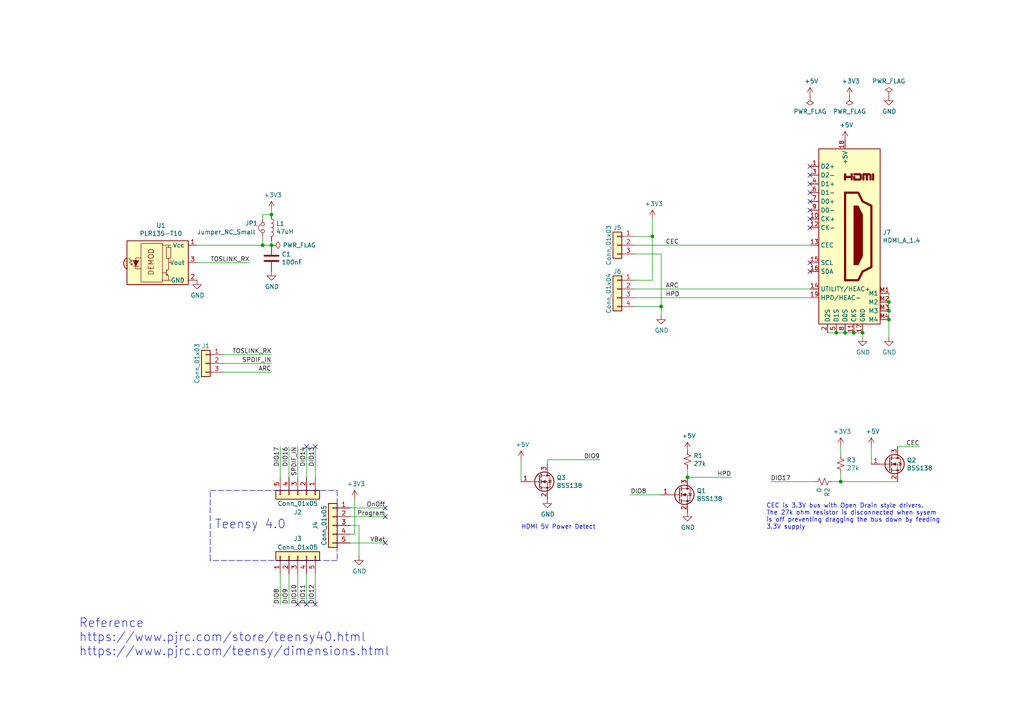
<source format=kicad_sch>
(kicad_sch (version 20250114) (generator "eeschema") (generator_version "9.0")
  (paper "A4")
  (lib_symbols
    (symbol "Connector_Generic:Conn_01x03" (pin_names (offset 1.016) (hide yes))
      (property "Reference" "J" (at 0 5.08 0))
      (property "Value" "Conn_01x03" (at 0 -5.08 0))
      (symbol "Conn_01x03_1_1"
        (rectangle (start -1.27 3.81) (end 1.27 -3.81) (stroke (width 0.254)) (fill (type background)))
        (rectangle (start -1.27 2.667) (end 0 2.413) (stroke (width 0.1524)))
        (rectangle (start -1.27 0.127) (end 0 -0.127) (stroke (width 0.1524)))
        (rectangle (start -1.27 -2.413) (end 0 -2.667) (stroke (width 0.1524)))
        (pin passive line (at -5.08 2.54 0) (length 3.81) (name "Pin_1") (number "1"))
        (pin passive line (at -5.08 0 0) (length 3.81) (name "Pin_2") (number "2"))
        (pin passive line (at -5.08 -2.54 0) (length 3.81) (name "Pin_3") (number "3"))
      )
    )
    (symbol "Connector_Generic:Conn_01x04" (pin_names (offset 1.016) (hide yes))
      (property "Reference" "J" (at 0 5.08 0))
      (property "Value" "Conn_01x04" (at 0 -7.62 0))
      (symbol "Conn_01x04_1_1"
        (rectangle (start -1.27 3.81) (end 1.27 -6.35) (stroke (width 0.254)) (fill (type background)))
        (rectangle (start -1.27 2.667) (end 0 2.413) (stroke (width 0.1524)))
        (rectangle (start -1.27 0.127) (end 0 -0.127) (stroke (width 0.1524)))
        (rectangle (start -1.27 -2.413) (end 0 -2.667) (stroke (width 0.1524)))
        (rectangle (start -1.27 -4.953) (end 0 -5.207) (stroke (width 0.1524)))
        (pin passive line (at -5.08 2.54 0) (length 3.81) (name "Pin_1") (number "1"))
        (pin passive line (at -5.08 0 0) (length 3.81) (name "Pin_2") (number "2"))
        (pin passive line (at -5.08 -2.54 0) (length 3.81) (name "Pin_3") (number "3"))
        (pin passive line (at -5.08 -5.08 0) (length 3.81) (name "Pin_4") (number "4"))
      )
    )
    (symbol "Connector_Generic:Conn_01x05" (pin_names (offset 1.016) (hide yes))
      (property "Reference" "J" (at 0 7.62 0))
      (property "Value" "Conn_01x05" (at 0 -7.62 0))
      (symbol "Conn_01x05_1_1"
        (rectangle (start -1.27 6.35) (end 1.27 -6.35) (stroke (width 0.254)) (fill (type background)))
        (rectangle (start -1.27 5.207) (end 0 4.953) (stroke (width 0.1524)))
        (rectangle (start -1.27 2.667) (end 0 2.413) (stroke (width 0.1524)))
        (rectangle (start -1.27 0.127) (end 0 -0.127) (stroke (width 0.1524)))
        (rectangle (start -1.27 -2.413) (end 0 -2.667) (stroke (width 0.1524)))
        (rectangle (start -1.27 -4.953) (end 0 -5.207) (stroke (width 0.1524)))
        (pin passive line (at -5.08 5.08 0) (length 3.81) (name "Pin_1") (number "1"))
        (pin passive line (at -5.08 2.54 0) (length 3.81) (name "Pin_2") (number "2"))
        (pin passive line (at -5.08 0 0) (length 3.81) (name "Pin_3") (number "3"))
        (pin passive line (at -5.08 -2.54 0) (length 3.81) (name "Pin_4") (number "4"))
        (pin passive line (at -5.08 -5.08 0) (length 3.81) (name "Pin_5") (number "5"))
      )
    )
    (symbol "Device:C" (pin_numbers (hide yes)) (pin_names (offset 0.254))
      (property "Reference" "C" (at 0.635 2.54 0))
      (property "Value" "C" (at 0.635 -2.54 0))
      (symbol "C_0_1"
        (polyline (pts (xy -2.032 0.762) (xy 2.032 0.762)) (stroke (width 0.508)))
        (polyline (pts (xy -2.032 -0.762) (xy 2.032 -0.762)) (stroke (width 0.508)))
      )
      (symbol "C_1_1"
        (pin passive line (at 0 3.81 270) (length 2.794) (name "~") (number "1"))
        (pin passive line (at 0 -3.81 90) (length 2.794) (name "~") (number "2"))
      )
    )
    (symbol "Device:L" (pin_numbers (hide yes)) (pin_names (offset 1.016) (hide yes))
      (property "Reference" "L" (at -1.27 0 90))
      (property "Value" "L" (at 1.905 0 90))
      (symbol "L_0_1"
        (arc (start 0 2.54) (mid 0.6323 1.905) (end 0 1.27))
        (arc (start 0 1.27) (mid 0.6323 0.635) (end 0 0))
        (arc (start 0 0) (mid 0.6323 -0.635) (end 0 -1.27))
        (arc (start 0 -1.27) (mid 0.6323 -1.905) (end 0 -2.54))
      )
      (symbol "L_1_1"
        (pin passive line (at 0 3.81 270) (length 1.27) (name "1") (number "1"))
        (pin passive line (at 0 -3.81 90) (length 1.27) (name "2") (number "2"))
      )
    )
    (symbol "Device:R_Small_US" (pin_numbers (hide yes)) (pin_names (offset 0.254) (hide yes))
      (property "Reference" "R" (at 0.762 0.508 0))
      (property "Value" "R_Small_US" (at 0.762 -1.016 0))
      (symbol "R_Small_US_1_1"
        (polyline (pts (xy 0 1.524) (xy 1.016 1.143) (xy 0 0.762) (xy -1.016 0.381) (xy 0 0)))
        (polyline (pts (xy 0 0) (xy 1.016 -0.381) (xy 0 -0.762) (xy -1.016 -1.143) (xy 0 -1.524)))
        (pin passive line (at 0 2.54 270) (length 1.016) (name "~") (number "1"))
        (pin passive line (at 0 -2.54 90) (length 1.016) (name "~") (number "2"))
      )
    )
    (symbol "Transistor_FET:BSS138" (pin_names (hide yes))
      (property "Reference" "Q" (at 5.08 1.905 0))
      (property "Value" "BSS138" (at 5.08 0 0))
      (symbol "BSS138_0_1"
        (polyline (pts (xy 0.254 1.905) (xy 0.254 -1.905)) (stroke (width 0.254)))
        (polyline (pts (xy 0.254 0) (xy -2.54 0)))
        (polyline (pts (xy 0.762 2.286) (xy 0.762 1.27)) (stroke (width 0.254)))
        (polyline (pts (xy 0.762 0.508) (xy 0.762 -0.508)) (stroke (width 0.254)))
        (polyline (pts (xy 0.762 -1.27) (xy 0.762 -2.286)) (stroke (width 0.254)))
        (polyline (pts (xy 0.762 -1.778) (xy 3.302 -1.778) (xy 3.302 1.778) (xy 0.762 1.778)))
        (polyline (pts (xy 1.016 0) (xy 2.032 0.381) (xy 2.032 -0.381) (xy 1.016 0)) (fill (type outline)))
        (circle (center 1.651 0) (radius 2.794) (stroke (width 0.254)))
        (polyline (pts (xy 2.54 2.54) (xy 2.54 1.778)))
        (circle (center 2.54 1.778) (radius 0.254) (fill (type outline)))
        (circle (center 2.54 -1.778) (radius 0.254) (fill (type outline)))
        (polyline (pts (xy 2.54 -2.54) (xy 2.54 0) (xy 0.762 0)))
        (polyline (pts (xy 2.794 0.508) (xy 2.921 0.381) (xy 3.683 0.381) (xy 3.81 0.254)))
        (polyline (pts (xy 3.302 0.381) (xy 2.921 -0.254) (xy 3.683 -0.254) (xy 3.302 0.381)))
      )
      (symbol "BSS138_1_1"
        (pin input line (at -5.08 0 0) (length 2.54) (name "G") (number "1"))
        (pin passive line (at 2.54 5.08 270) (length 2.54) (name "D") (number "3"))
        (pin passive line (at 2.54 -5.08 90) (length 2.54) (name "S") (number "2"))
      )
    )
    (symbol "teensy-toslink-receiver-rescue:+3.3V-power" (power) (pin_names (offset 0))
      (property "Value" "power_+3.3V" (at 0 3.556 0))
      (symbol "+3.3V-power_0_1"
        (polyline (pts (xy -0.762 1.27) (xy 0 2.54)))
        (polyline (pts (xy 0 2.54) (xy 0.762 1.27)))
        (polyline (pts (xy 0 0) (xy 0 2.54)))
      )
      (symbol "+3.3V-power_1_1"
        (pin power_in line (at 0 0 90) (length 0) (hide yes) (name "+3V3") (number "1"))
      )
    )
    (symbol "teensy-toslink-receiver-rescue:+5V-power" (power) (pin_names (offset 0))
      (property "Value" "power_+5V" (at 0 3.556 0))
      (symbol "+5V-power_0_1"
        (polyline (pts (xy -0.762 1.27) (xy 0 2.54)))
        (polyline (pts (xy 0 2.54) (xy 0.762 1.27)))
        (polyline (pts (xy 0 0) (xy 0 2.54)))
      )
      (symbol "+5V-power_1_1"
        (pin power_in line (at 0 0 90) (length 0) (hide yes) (name "+5V") (number "1"))
      )
    )
    (symbol "teensy-toslink-receiver-rescue:GND-power" (power) (pin_names (offset 0))
      (property "Value" "power_GND" (at 0 -3.81 0))
      (symbol "GND-power_0_1"
        (polyline (pts (xy 0 0) (xy 0 -1.27) (xy 1.27 -1.27) (xy 0 -2.54) (xy -1.27 -1.27) (xy 0 -1.27)))
      )
      (symbol "GND-power_1_1"
        (pin power_in line (at 0 0 270) (length 0) (hide yes) (name "GND") (number "1"))
      )
    )
    (symbol "teensy-toslink-receiver-rescue:Jumper_NC_Small-Device" (pin_numbers (hide yes)) (pin_names (offset 0.762) (hide yes))
      (property "Reference" "JP" (at 0 2.032 0))
      (property "Value" "Device_Jumper_NC_Small" (at 0.254 -1.524 0))
      (symbol "Jumper_NC_Small-Device_0_1"
        (circle (center -1.016 0) (radius 0.508))
        (arc (start -1.016 0.762) (mid 0 1.1828) (end 1.016 0.762))
        (circle (center 1.016 0) (radius 0.508))
        (pin passive line (at -2.54 0 0) (length 1.016) (name "1") (number "1"))
        (pin passive line (at 2.54 0 180) (length 1.016) (name "2") (number "2"))
      )
    )
    (symbol "teensy-toslink-receiver-rescue:PWR_FLAG-power" (power) (pin_numbers (hide yes)) (pin_names (offset 0) (hide yes))
      (property "Value" "power_PWR_FLAG" (at 0 3.81 0))
      (symbol "PWR_FLAG-power_0_0"
        (pin power_out line (at 0 0 90) (length 0) (name "pwr") (number "1"))
      )
      (symbol "PWR_FLAG-power_0_1"
        (polyline (pts (xy 0 0) (xy 0 1.27) (xy -1.016 1.905) (xy 0 2.54) (xy 1.016 1.905) (xy 0 1.27)))
      )
    )
    (symbol "toslink-proto:HDMI_A_1.4"
      (property "Reference" "J" (at -6.35 26.67 0))
      (property "Value" "HDMI_A_1.4" (at 10.16 26.67 0))
      (symbol "HDMI_A_1.4_0_0"
        (polyline (pts (xy 0 16.51) (xy 0 18.034) (xy 0 17.272) (xy 1.905 17.272) (xy 1.905 18.034) (xy 1.905 16.51)) (stroke (width 0.635)))
        (polyline (pts (xy 2.667 18.034) (xy 4.318 18.034) (xy 4.572 17.78) (xy 4.572 16.764) (xy 4.318 16.51) (xy 2.667 16.51) (xy 2.667 17.272)) (stroke (width 0.635)))
        (polyline (pts (xy 8.128 16.51) (xy 8.128 18.034)) (stroke (width 0.635)))
      )
      (symbol "HDMI_A_1.4_0_1"
        (rectangle (start -7.62 25.4) (end 10.16 -25.4) (stroke (width 0.254)) (fill (type background)))
        (polyline (pts (xy 0 12.7) (xy 0 -12.7) (xy 3.81 -12.7) (xy 5.08 -10.16) (xy 7.62 -8.89) (xy 7.62 8.89) (xy 5.08 10.16) (xy 3.81 12.7) (xy 0 12.7)) (stroke (width 0.635)))
        (polyline (pts (xy 2.54 8.89) (xy 3.81 8.89) (xy 5.08 6.35) (xy 5.08 -5.715) (xy 3.81 -8.255) (xy 2.54 -8.255) (xy 2.54 8.89)) (fill (type outline)))
        (polyline (pts (xy 5.334 16.51) (xy 5.334 18.034) (xy 6.35 18.034) (xy 6.35 16.51) (xy 6.35 18.034) (xy 7.112 18.034) (xy 7.366 17.78) (xy 7.366 16.51)) (stroke (width 0.635)))
      )
      (symbol "HDMI_A_1.4_1_1"
        (pin passive line (at -10.16 20.32 0) (length 2.54) (name "D2+") (number "1"))
        (pin passive line (at -10.16 17.78 0) (length 2.54) (name "D2-") (number "3"))
        (pin passive line (at -10.16 15.24 0) (length 2.54) (name "D1+") (number "4"))
        (pin passive line (at -10.16 12.7 0) (length 2.54) (name "D1-") (number "6"))
        (pin passive line (at -10.16 10.16 0) (length 2.54) (name "D0+") (number "7"))
        (pin passive line (at -10.16 7.62 0) (length 2.54) (name "D0-") (number "9"))
        (pin passive line (at -10.16 5.08 0) (length 2.54) (name "CK+") (number "10"))
        (pin passive line (at -10.16 2.54 0) (length 2.54) (name "CK-") (number "12"))
        (pin bidirectional line (at -10.16 -2.54 0) (length 2.54) (name "CEC") (number "13"))
        (pin passive line (at -10.16 -7.62 0) (length 2.54) (name "SCL") (number "15"))
        (pin bidirectional line (at -10.16 -10.16 0) (length 2.54) (name "SDA") (number "16"))
        (pin passive line (at -10.16 -15.24 0) (length 2.54) (name "UTILITY/HEAC+") (number "14"))
        (pin passive line (at -10.16 -17.78 0) (length 2.54) (name "HPD/HEAC-") (number "19"))
        (pin power_in line (at -5.08 -27.94 90) (length 2.54) (name "D2S") (number "2"))
        (pin power_in line (at -2.54 -27.94 90) (length 2.54) (name "D1S") (number "5"))
        (pin power_in line (at 0 27.94 270) (length 2.54) (name "+5V") (number "18"))
        (pin power_in line (at 0 -27.94 90) (length 2.54) (name "D0S") (number "8"))
        (pin power_in line (at 2.54 -27.94 90) (length 2.54) (name "CKS") (number "11"))
        (pin power_in line (at 5.08 -27.94 90) (length 2.54) (name "GND") (number "17"))
        (pin passive line (at 12.7 -16.51 180) (length 2.54) (name "M1") (number "M1"))
        (pin passive line (at 12.7 -19.05 180) (length 2.54) (name "M2") (number "M2"))
        (pin passive line (at 12.7 -21.59 180) (length 2.54) (name "M3") (number "M3"))
        (pin passive line (at 12.7 -24.13 180) (length 2.54) (name "M4") (number "M4"))
      )
    )
    (symbol "toslink-proto:PLR135-T10" (pin_names (offset 1.016))
      (property "Reference" "U" (at -10.16 7.62 0))
      (property "Value" "PLR135-T10" (at -10.16 -7.62 0))
      (symbol "PLR135-T10_0_0"
        (arc (start -10.287 -1.778) (mid -11.1105 -0.1853) (end -10.287 1.397) (stroke (width 0.254)) (fill (type background)))
        (polyline (pts (xy 1.905 5.08) (xy 0.127 5.08)))
        (polyline (pts (xy 1.905 -5.08) (xy 0.127 -5.08)))
        (text "DEMOD" (at -3.175 0.254 900) (effects (font (size 1.524 1.524))))
      )
      (symbol "PLR135-T10_0_1"
        (polyline (pts (xy -8.763 0.381) (xy -9.652 1.27)))
        (polyline (pts (xy -8.763 0.381) (xy -9.271 0.381)))
        (polyline (pts (xy -8.763 0.381) (xy -8.763 0.889)))
        (polyline (pts (xy -8.636 -0.635) (xy -9.525 0.254)))
        (polyline (pts (xy -8.636 -0.635) (xy -9.144 -0.635)))
        (polyline (pts (xy -8.636 -0.635) (xy -8.636 -0.127)))
        (polyline (pts (xy -8.382 0.635) (xy -6.731 0.635) (xy -7.62 -1.016) (xy -8.382 0.635)) (fill (type outline)))
        (polyline (pts (xy -8.382 -1.016) (xy -6.731 -1.016)))
        (rectangle (start -6.096 5.588) (end 0.127 -5.588))
        (polyline (pts (xy -6.096 1.397) (xy -7.62 1.397) (xy -7.62 -1.778) (xy -6.096 -1.778)))
        (polyline (pts (xy 1.27 -1.905) (xy 1.27 -3.81)))
        (polyline (pts (xy 1.27 -2.54) (xy 1.905 -1.905) (xy 1.905 0) (xy 2.54 0)))
        (polyline (pts (xy 1.27 -2.921) (xy 0.127 -2.921)))
        (polyline (pts (xy 1.27 -3.175) (xy 1.905 -3.81) (xy 1.905 -5.08) (xy 2.54 -5.08)))
        (polyline (pts (xy 1.397 -3.556) (xy 1.524 -3.556)))
        (polyline (pts (xy 1.651 -3.556) (xy 1.524 -3.556)))
        (polyline (pts (xy 1.651 -3.556) (xy 1.651 -3.302)))
        (polyline (pts (xy 1.905 4.445) (xy 1.905 5.08) (xy 2.54 5.08)))
        (polyline (pts (xy 1.905 0) (xy 1.905 1.27)))
        (rectangle (start 2.54 1.27) (end 1.27 4.445))
        (rectangle (start 7.62 6.35) (end -10.16 -6.35) (stroke (width 0.254)) (fill (type background)))
      )
      (symbol "PLR135-T10_1_1"
        (pin power_in line (at 10.16 5.08 180) (length 2.54) (name "Vcc") (number "1"))
        (pin output line (at 10.16 0 180) (length 2.54) (name "Vout") (number "3"))
        (pin power_in line (at 10.16 -5.08 180) (length 2.54) (name "GND") (number "2"))
      )
    )
  )
  (text "Reference\nhttps://www.pjrc.com/store/teensy40.html\nhttps://www.pjrc.com/teensy/dimensions.html" (at 22.86 190.5 0) (effects (font (size 2.54 2.54)) (justify left bottom)))
  (text "CEC is 3.3V bus with Open Drain style drivers. \nThe 27k ohm resistor is disconnected when sysem\nis off preventing dragging the bus down by feeding\n3.3V supply" (at 222.25 153.67 0) (effects (font (size 1.27 1.27)) (justify left bottom)))
  (text "Teensy 4.0" (at 62.23 153.67 0) (effects (font (size 2.54 2.54)) (justify left bottom)))
  (text "HDMI 5V Power Detect" (at 151.13 153.67 0) (effects (font (size 1.27 1.27)) (justify left bottom)))
  (junction (at 257.81 92.71))
  (junction (at 78.74 71.12))
  (junction (at 245.11 96.52))
  (junction (at 78.74 62.23))
  (junction (at 242.57 96.52))
  (junction (at 257.81 87.63))
  (junction (at 76.2 71.12))
  (junction (at 257.81 90.17))
  (junction (at 191.77 88.9))
  (junction (at 250.19 96.52))
  (junction (at 189.23 68.58))
  (junction (at 247.65 96.52))
  (junction (at 199.39 138.43))
  (junction (at 243.84 139.7))
  (no_connect (at 88.9 129.54))
  (no_connect (at 234.95 63.5))
  (no_connect (at 111.76 149.86))
  (no_connect (at 234.95 55.88))
  (no_connect (at 111.76 157.48))
  (no_connect (at 234.95 48.26))
  (no_connect (at 86.36 175.26))
  (no_connect (at 91.44 129.54))
  (no_connect (at 234.95 76.2))
  (no_connect (at 111.76 147.32))
  (no_connect (at 234.95 60.96))
  (no_connect (at 88.9 175.26))
  (no_connect (at 234.95 50.8))
  (no_connect (at 234.95 58.42))
  (no_connect (at 91.44 175.26))
  (no_connect (at 234.95 53.34))
  (no_connect (at 234.95 66.04))
  (no_connect (at 234.95 78.74))
  (wire (pts (xy 78.74 62.23) (xy 78.74 60.96)))
  (wire (pts (xy 184.15 81.28) (xy 189.23 81.28)))
  (wire (pts (xy 101.6 149.86) (xy 111.76 149.86)))
  (wire (pts (xy 76.2 71.12) (xy 78.74 71.12)))
  (wire (pts (xy 257.81 97.79) (xy 257.81 92.71)))
  (wire (pts (xy 184.15 83.82) (xy 234.95 83.82)))
  (wire (pts (xy 240.03 96.52) (xy 242.57 96.52)))
  (wire (pts (xy 191.77 88.9) (xy 191.77 91.44)))
  (wire (pts (xy 184.15 86.36) (xy 234.95 86.36)))
  (wire (pts (xy 78.74 69.85) (xy 78.74 71.12)))
  (wire (pts (xy 184.15 68.58) (xy 189.23 68.58)))
  (wire (pts (xy 184.15 88.9) (xy 191.77 88.9)))
  (polyline (pts (xy 97.79 142.24) (xy 97.79 162.56)) (stroke (width 0) (type dash)))
  (wire (pts (xy 247.65 96.52) (xy 250.19 96.52)))
  (wire (pts (xy 104.14 152.4) (xy 104.14 161.29)))
  (wire (pts (xy 243.84 129.54) (xy 243.84 132.08)))
  (wire (pts (xy 64.77 107.95) (xy 78.74 107.95)))
  (wire (pts (xy 88.9 175.26) (xy 88.9 166.37)))
  (wire (pts (xy 252.73 129.54) (xy 252.73 134.62)))
  (wire (pts (xy 101.6 147.32) (xy 111.76 147.32)))
  (wire (pts (xy 250.19 96.52) (xy 250.19 97.79)))
  (polyline (pts (xy 97.79 162.56) (xy 60.96 162.56)) (stroke (width 0) (type dash)))
  (wire (pts (xy 199.39 135.89) (xy 199.39 138.43)))
  (wire (pts (xy 158.75 134.62) (xy 158.75 133.35)))
  (wire (pts (xy 81.28 175.26) (xy 81.28 166.37)))
  (wire (pts (xy 76.2 63.5) (xy 76.2 62.23)))
  (wire (pts (xy 257.81 90.17) (xy 257.81 87.63)))
  (wire (pts (xy 83.82 138.43) (xy 83.82 129.54)))
  (wire (pts (xy 247.65 96.52) (xy 245.11 96.52)))
  (wire (pts (xy 242.57 96.52) (xy 245.11 96.52)))
  (wire (pts (xy 91.44 175.26) (xy 91.44 166.37)))
  (wire (pts (xy 88.9 138.43) (xy 88.9 129.54)))
  (polyline (pts (xy 60.96 162.56) (xy 60.96 142.24)) (stroke (width 0) (type dash)))
  (wire (pts (xy 243.84 137.16) (xy 243.84 139.7)))
  (wire (pts (xy 76.2 68.58) (xy 76.2 71.12)))
  (wire (pts (xy 64.77 102.87) (xy 78.74 102.87)))
  (wire (pts (xy 257.81 85.09) (xy 257.81 87.63)))
  (wire (pts (xy 184.15 71.12) (xy 234.95 71.12)))
  (wire (pts (xy 184.15 73.66) (xy 191.77 73.66)))
  (wire (pts (xy 101.6 157.48) (xy 111.76 157.48)))
  (wire (pts (xy 189.23 81.28) (xy 189.23 68.58)))
  (wire (pts (xy 151.13 133.35) (xy 151.13 139.7)))
  (wire (pts (xy 257.81 90.17) (xy 257.81 92.71)))
  (wire (pts (xy 189.23 68.58) (xy 189.23 63.5)))
  (wire (pts (xy 86.36 138.43) (xy 86.36 129.54)))
  (wire (pts (xy 86.36 175.26) (xy 86.36 166.37)))
  (wire (pts (xy 243.84 139.7) (xy 260.35 139.7)))
  (wire (pts (xy 191.77 143.51) (xy 182.88 143.51)))
  (wire (pts (xy 91.44 138.43) (xy 91.44 129.54)))
  (wire (pts (xy 241.3 139.7) (xy 243.84 139.7)))
  (wire (pts (xy 101.6 152.4) (xy 104.14 152.4)))
  (wire (pts (xy 199.39 138.43) (xy 212.09 138.43)))
  (polyline (pts (xy 60.96 142.24) (xy 97.79 142.24)) (stroke (width 0) (type dash)))
  (wire (pts (xy 76.2 62.23) (xy 78.74 62.23)))
  (wire (pts (xy 101.6 154.94) (xy 102.87 154.94)))
  (wire (pts (xy 102.87 154.94) (xy 102.87 144.78)))
  (wire (pts (xy 191.77 73.66) (xy 191.77 88.9)))
  (wire (pts (xy 57.15 71.12) (xy 76.2 71.12)))
  (wire (pts (xy 83.82 175.26) (xy 83.82 166.37)))
  (wire (pts (xy 266.7 129.54) (xy 260.35 129.54)))
  (wire (pts (xy 81.28 138.43) (xy 81.28 129.54)))
  (wire (pts (xy 57.15 76.2) (xy 72.39 76.2)))
  (wire (pts (xy 236.22 139.7) (xy 223.52 139.7)))
  (wire (pts (xy 64.77 105.41) (xy 78.74 105.41)))
  (wire (pts (xy 158.75 133.35) (xy 173.99 133.35)))
  (label "DIO9" (at 173.99 133.35 180))
  (label "DIO11" (at 88.9 175.26 90))
  (label "VBat" (at 111.76 157.48 180))
  (label "CEC" (at 266.7 129.54 180))
  (label "DIO12" (at 91.44 175.26 90))
  (label "DIO16" (at 83.82 129.54 270))
  (label "DIO17" (at 81.28 129.54 270))
  (label "DIO13" (at 91.44 129.54 270))
  (label "Program" (at 111.76 149.86 180))
  (label "OnOff" (at 111.76 147.32 180))
  (label "SPDIF_IN" (at 78.74 105.41 180))
  (label "DIO14" (at 88.9 129.54 270))
  (label "HPD" (at 193.04 86.36 0))
  (label "ARC" (at 78.74 107.95 180))
  (label "DIO8" (at 81.28 175.26 90))
  (label "TOSLINK_RX" (at 72.39 76.2 180))
  (label "ARC" (at 193.04 83.82 0))
  (label "HPD" (at 212.09 138.43 180))
  (label "DIO8" (at 182.88 143.51 0))
  (label "CEC" (at 193.04 71.12 0))
  (label "DIO10" (at 86.36 175.26 90))
  (label "DIO17" (at 223.52 139.7 0))
  (label "SPDIF_IN" (at 86.36 129.54 270))
  (label "TOSLINK_RX" (at 78.74 102.87 180))
  (label "DIO9" (at 83.82 175.26 90))
  (symbol (lib_id "toslink-proto:PLR135-T10") (at 46.99 76.2 0) (unit 1)
    (property "Reference" "U1" (at 46.6852 65.405 0))
    (property "Value" "PLR135-T10" (at 46.6852 67.7164 0))
    (property "Footprint" "teensy-toslink-receiver:Everlight_PLR135-T10" (effects (hide yes)))
    (property "Datasheet" "https://www.everlight.com/file/ProductFile/PLR135-T10.pdf" (effects (hide yes)))
  )
  (symbol (lib_id "toslink-proto:HDMI_A_1.4") (at 245.11 68.58 0) (unit 1)
    (property "Reference" "J7" (at 256.032 67.4116 0) (effects (justify left)))
    (property "Value" "HDMI_A_1.4" (at 256.032 69.723 0) (effects (justify left)))
    (property "Footprint" "teensy-toslink-receiver:Amphenol_ICC-10029449-001RLF-MFG" (effects (hide yes)))
    (property "Datasheet" "https://en.wikipedia.org/wiki/HDMI" (effects (hide yes)))
  )
  (symbol (lib_id "Connector_Generic:Conn_01x04") (at 179.07 83.82 0) (mirror y) (unit 1)
    (property "Reference" "J6" (at 179.07 78.74 0))
    (property "Value" "Conn_01x04" (at 176.53 85.09 90))
    (property "Footprint" "Connector_PinHeader_2.54mm:PinHeader_1x04_P2.54mm_Vertical" (effects (hide yes)))
  )
  (symbol (lib_id "Device:C") (at 78.74 74.93 0) (unit 1)
    (property "Reference" "C1" (at 81.661 73.7616 0) (effects (justify left)))
    (property "Value" "100nF" (at 81.661 76.073 0) (effects (justify left)))
    (property "Footprint" "Capacitor_SMD:C_0603_1608Metric" (effects (hide yes)))
  )
  (symbol (lib_id "Device:L") (at 78.74 66.04 0) (unit 1)
    (property "Reference" "L1" (at 80.0862 64.8716 0) (effects (justify left)))
    (property "Value" "47uH" (at 80.0862 67.183 0) (effects (justify left)))
    (property "Footprint" "Inductor_SMD:L_0805_2012Metric" (effects (hide yes)))
  )
  (symbol (lib_id "teensy-toslink-receiver-rescue:GND-power") (at 57.15 81.28 0) (unit 1)
    (property "Reference" "#PWR01" (effects (hide yes)))
    (property "Value" "GND" (at 57.277 85.6742 0))
  )
  (symbol (lib_id "teensy-toslink-receiver-rescue:GND-power") (at 78.74 78.74 0) (unit 1)
    (property "Reference" "#PWR03" (effects (hide yes)))
    (property "Value" "GND" (at 78.867 83.1342 0))
  )
  (symbol (lib_id "teensy-toslink-receiver-rescue:GND-power") (at 250.19 97.79 0) (unit 1)
    (property "Reference" "#PWR09" (effects (hide yes)))
    (property "Value" "GND" (at 250.317 102.1842 0))
  )
  (symbol (lib_id "teensy-toslink-receiver-rescue:+3.3V-power") (at 78.74 60.96 0) (unit 1)
    (property "Reference" "#PWR02" (effects (hide yes)))
    (property "Value" "+3V3" (at 79.121 56.5658 0))
  )
  (symbol (lib_id "teensy-toslink-receiver-rescue:+5V-power") (at 245.11 40.64 0) (unit 1)
    (property "Reference" "#PWR08" (effects (hide yes)))
    (property "Value" "+5V" (at 245.491 36.2458 0))
  )
  (symbol (lib_id "teensy-toslink-receiver-rescue:Jumper_NC_Small-Device") (at 76.2 66.04 90) (unit 1)
    (property "Reference" "JP1" (at 71.12 64.77 90) (effects (justify right)))
    (property "Value" "Jumper_NC_Small" (at 57.15 67.31 90) (effects (justify right)))
    (property "Footprint" "Jumper:SolderJumper-2_P1.3mm_Bridged_RoundedPad1.0x1.5mm" (effects (hide yes)))
  )
  (symbol (lib_id "teensy-toslink-receiver-rescue:GND-power") (at 257.81 97.79 0) (unit 1)
    (property "Reference" "#PWR0104" (effects (hide yes)))
    (property "Value" "GND" (at 257.937 102.1842 0))
  )
  (symbol (lib_id "teensy-toslink-receiver-rescue:GND-power") (at 191.77 91.44 0) (unit 1)
    (property "Reference" "#PWR07" (effects (hide yes)))
    (property "Value" "GND" (at 191.897 95.8342 0))
  )
  (symbol (lib_id "Connector_Generic:Conn_01x03") (at 59.69 105.41 0) (mirror y) (unit 1)
    (property "Reference" "J1" (at 59.69 100.33 0))
    (property "Value" "Conn_01x03" (at 57.15 105.41 90))
    (property "Footprint" "Connector_PinHeader_2.54mm:PinHeader_1x03_P2.54mm_Vertical" (effects (hide yes)))
  )
  (symbol (lib_id "teensy-toslink-receiver-rescue:+3.3V-power") (at 189.23 63.5 0) (unit 1)
    (property "Reference" "#PWR06" (effects (hide yes)))
    (property "Value" "+3V3" (at 189.611 59.1058 0))
  )
  (symbol (lib_id "Connector_Generic:Conn_01x05") (at 96.52 152.4 0) (mirror y) (unit 1)
    (property "Reference" "J4" (at 91.44 152.4 90))
    (property "Value" "Conn_01x05" (at 93.98 152.4 90))
    (property "Footprint" "Connector_PinHeader_2.54mm:PinHeader_1x05_P2.54mm_Vertical" (effects (hide yes)))
  )
  (symbol (lib_id "Connector_Generic:Conn_01x05") (at 86.36 143.51 270) (unit 1)
    (property "Reference" "J2" (at 86.36 148.59 90))
    (property "Value" "Conn_01x05" (at 86.36 146.05 90))
    (property "Footprint" "Connector_PinHeader_2.54mm:PinHeader_1x05_P2.54mm_Vertical" (effects (hide yes)))
  )
  (symbol (lib_id "Connector_Generic:Conn_01x05") (at 86.36 161.29 90) (unit 1)
    (property "Reference" "J3" (at 86.36 156.21 90))
    (property "Value" "Conn_01x05" (at 86.36 158.75 90))
    (property "Footprint" "Connector_PinHeader_2.54mm:PinHeader_1x05_P2.54mm_Vertical" (effects (hide yes)))
  )
  (symbol (lib_id "teensy-toslink-receiver-rescue:GND-power") (at 104.14 161.29 0) (unit 1)
    (property "Reference" "#PWR04" (effects (hide yes)))
    (property "Value" "GND" (at 104.267 165.6842 0))
  )
  (symbol (lib_id "teensy-toslink-receiver-rescue:+3.3V-power") (at 102.87 144.78 0) (unit 1)
    (property "Reference" "#PWR05" (effects (hide yes)))
    (property "Value" "+3V3" (at 103.251 140.3858 0))
  )
  (symbol (lib_id "Connector_Generic:Conn_01x03") (at 179.07 71.12 0) (mirror y) (unit 1)
    (property "Reference" "J5" (at 179.07 66.04 0))
    (property "Value" "Conn_01x03" (at 176.53 71.12 90))
    (property "Footprint" "Connector_PinHeader_2.54mm:PinHeader_1x03_P2.54mm_Vertical" (effects (hide yes)))
  )
  (symbol (lib_id "teensy-toslink-receiver-rescue:PWR_FLAG-power") (at 234.95 27.94 180) (unit 1)
    (property "Reference" "#FLG0101" (effects (hide yes)))
    (property "Value" "PWR_FLAG" (at 234.95 32.3342 0))
  )
  (symbol (lib_id "teensy-toslink-receiver-rescue:+5V-power") (at 234.95 27.94 0) (unit 1)
    (property "Reference" "#PWR0101" (effects (hide yes)))
    (property "Value" "+5V" (at 235.331 23.5458 0))
  )
  (symbol (lib_id "teensy-toslink-receiver-rescue:+3.3V-power") (at 246.38 27.94 0) (unit 1)
    (property "Reference" "#PWR0102" (effects (hide yes)))
    (property "Value" "+3V3" (at 246.761 23.5458 0))
  )
  (symbol (lib_id "teensy-toslink-receiver-rescue:PWR_FLAG-power") (at 246.38 27.94 180) (unit 1)
    (property "Reference" "#FLG0102" (effects (hide yes)))
    (property "Value" "PWR_FLAG" (at 246.38 32.3342 0))
  )
  (symbol (lib_id "teensy-toslink-receiver-rescue:PWR_FLAG-power") (at 257.81 27.94 0) (unit 1)
    (property "Reference" "#FLG0103" (effects (hide yes)))
    (property "Value" "PWR_FLAG" (at 257.81 23.5458 0))
  )
  (symbol (lib_id "teensy-toslink-receiver-rescue:GND-power") (at 257.81 27.94 0) (unit 1)
    (property "Reference" "#PWR0103" (effects (hide yes)))
    (property "Value" "GND" (at 257.937 32.3342 0))
  )
  (symbol (lib_id "teensy-toslink-receiver-rescue:PWR_FLAG-power") (at 78.74 71.12 270) (unit 1)
    (property "Reference" "#FLG0104" (effects (hide yes)))
    (property "Value" "PWR_FLAG" (at 81.9912 71.12 90) (effects (justify left)))
  )
  (symbol (lib_id "Transistor_FET:BSS138") (at 156.21 139.7 0) (unit 1)
    (property "Reference" "Q3" (at 161.3916 138.5316 0) (effects (justify left)))
    (property "Value" "BSS138" (at 161.3916 140.843 0) (effects (justify left)))
    (property "Footprint" "Package_TO_SOT_SMD:SOT-23" (effects (hide yes)))
    (property "Datasheet" "https://www.onsemi.com/pub/Collateral/BSS138-D.PDF" (effects (hide yes)))
  )
  (symbol (lib_id "teensy-toslink-receiver-rescue:+5V-power") (at 151.13 133.35 0) (unit 1)
    (property "Reference" "#PWR010" (effects (hide yes)))
    (property "Value" "+5V" (at 151.511 128.9558 0))
  )
  (symbol (lib_id "teensy-toslink-receiver-rescue:GND-power") (at 158.75 144.78 0) (unit 1)
    (property "Reference" "#PWR011" (effects (hide yes)))
    (property "Value" "GND" (at 158.877 149.1742 0))
  )
  (symbol (lib_id "Transistor_FET:BSS138") (at 257.81 134.62 0) (unit 1)
    (property "Reference" "Q2" (at 262.9916 133.4516 0) (effects (justify left)))
    (property "Value" "BSS138" (at 262.9916 135.763 0) (effects (justify left)))
    (property "Footprint" "Package_TO_SOT_SMD:SOT-23" (effects (hide yes)))
    (property "Datasheet" "https://www.onsemi.com/pub/Collateral/BSS138-D.PDF" (effects (hide yes)))
  )
  (symbol (lib_id "teensy-toslink-receiver-rescue:+5V-power") (at 252.73 129.54 0) (unit 1)
    (property "Reference" "#PWR0106" (effects (hide yes)))
    (property "Value" "+5V" (at 253.111 125.1458 0))
  )
  (symbol (lib_id "Device:R_Small_US") (at 243.84 134.62 180) (unit 1)
    (property "Reference" "R3" (at 245.5672 133.4516 0) (effects (justify right)))
    (property "Value" "27k" (at 245.5672 135.763 0) (effects (justify right)))
    (property "Footprint" "Resistor_SMD:R_0201_0603Metric" (effects (hide yes)))
  )
  (symbol (lib_id "teensy-toslink-receiver-rescue:+3.3V-power") (at 243.84 129.54 0) (unit 1)
    (property "Reference" "#PWR0105" (effects (hide yes)))
    (property "Value" "+3V3" (at 244.221 125.1458 0))
  )
  (symbol (lib_id "Transistor_FET:BSS138") (at 196.85 143.51 0) (unit 1)
    (property "Reference" "Q1" (at 202.0316 142.3416 0) (effects (justify left)))
    (property "Value" "BSS138" (at 202.0316 144.653 0) (effects (justify left)))
    (property "Footprint" "Package_TO_SOT_SMD:SOT-23" (effects (hide yes)))
    (property "Datasheet" "https://www.onsemi.com/pub/Collateral/BSS138-D.PDF" (effects (hide yes)))
  )
  (symbol (lib_id "Device:R_Small_US") (at 238.76 139.7 270) (unit 1)
    (property "Reference" "R2" (at 239.9284 141.4272 0) (effects (justify left)))
    (property "Value" "0" (at 237.617 141.4272 0) (effects (justify left)))
    (property "Footprint" "Resistor_SMD:R_0201_0603Metric" (effects (hide yes)))
  )
  (symbol (lib_id "Device:R_Small_US") (at 199.39 133.35 0) (unit 1)
    (property "Reference" "R1" (at 201.1172 132.1816 0) (effects (justify left)))
    (property "Value" "27k" (at 201.1172 134.493 0) (effects (justify left)))
    (property "Footprint" "Resistor_SMD:R_0201_0603Metric" (effects (hide yes)))
  )
  (symbol (lib_id "teensy-toslink-receiver-rescue:+5V-power") (at 199.39 130.81 0) (unit 1)
    (property "Reference" "#PWR0107" (effects (hide yes)))
    (property "Value" "+5V" (at 199.771 126.4158 0))
  )
  (symbol (lib_id "teensy-toslink-receiver-rescue:GND-power") (at 199.39 148.59 0) (unit 1)
    (property "Reference" "#PWR0108" (effects (hide yes)))
    (property "Value" "GND" (at 199.517 152.9842 0))
  )
)
</source>
